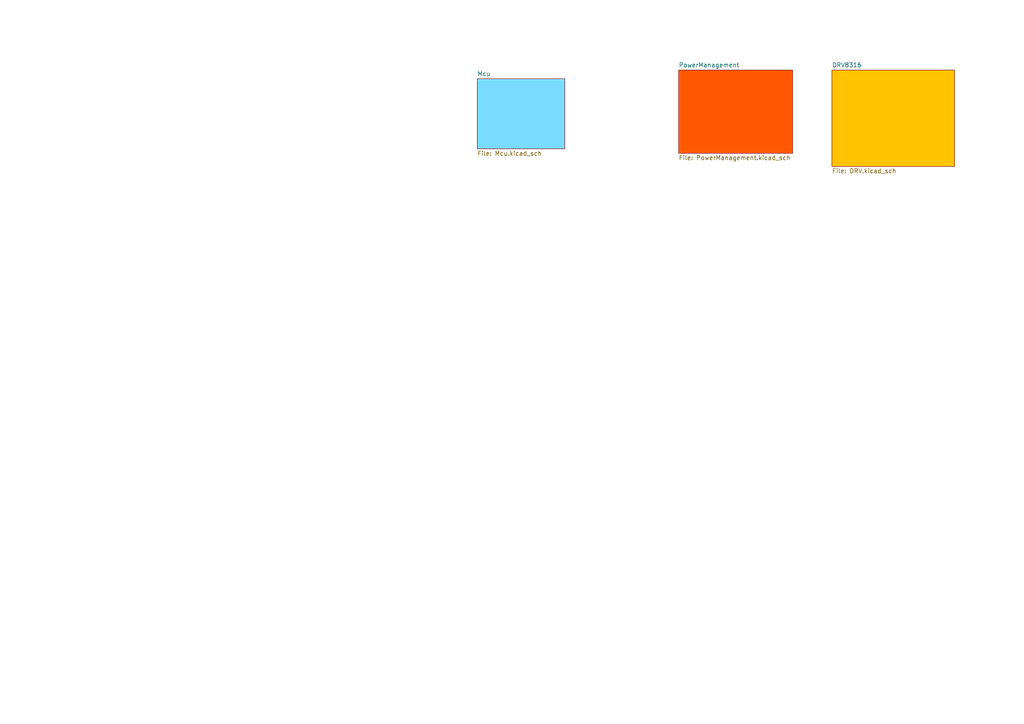
<source format=kicad_sch>
(kicad_sch (version 20211123) (generator eeschema)
  (paper "A4")
  (lib_symbols)
  (sheet (at 138.43 22.86) (size 25.4 20.32) (stroke (width 0.1524)) (fill (color 119 220 255 1.0000))
    (property "Sheet name" "Mcu" (at 138.43 22.1484 0) (effects (justify left bottom)))
    (property "Sheet file" "Mcu.kicad_sch" (at 138.43 43.7646 0) (effects (justify left top)))
  )
  (sheet (at 241.3 20.32) (size 35.56 27.94) (stroke (width 0.1524)) (fill (color 255 195 0 1.0000))
    (property "Sheet name" "DRV8316" (at 241.3 19.6084 0) (effects (justify left bottom)))
    (property "Sheet file" "DRV.kicad_sch" (at 241.3 48.8446 0) (effects (justify left top)))
  )
  (sheet (at 196.85 20.32) (size 33.02 24.13) (stroke (width 0.1524)) (fill (color 255 88 0 1.0000))
    (property "Sheet name" "PowerManagement" (at 196.85 19.6084 0) (effects (justify left bottom)))
    (property "Sheet file" "PowerManagement.kicad_sch" (at 196.85 45.0346 0) (effects (justify left top)))
  )
)
</source>
